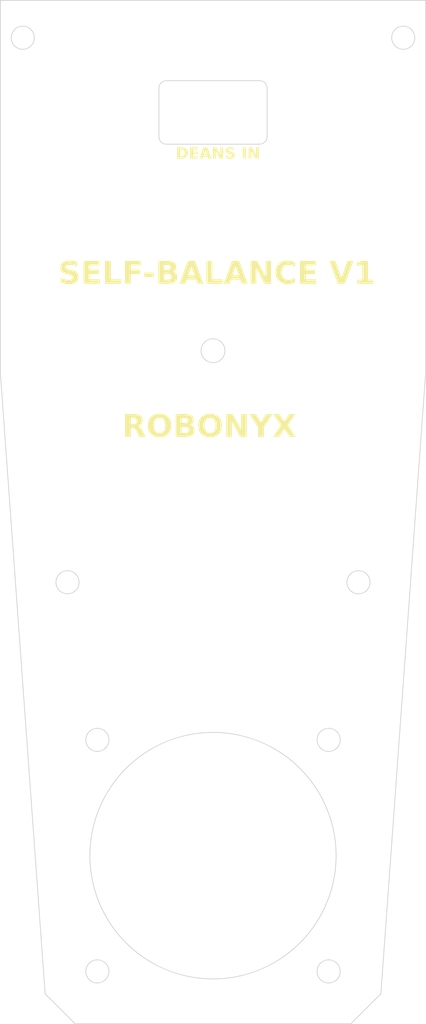
<source format=kicad_pcb>
(kicad_pcb
	(version 20240108)
	(generator "pcbnew")
	(generator_version "8.0")
	(general
		(thickness 1.6)
		(legacy_teardrops no)
	)
	(paper "A4")
	(layers
		(0 "F.Cu" signal)
		(31 "B.Cu" signal)
		(32 "B.Adhes" user "B.Adhesive")
		(33 "F.Adhes" user "F.Adhesive")
		(34 "B.Paste" user)
		(35 "F.Paste" user)
		(36 "B.SilkS" user "B.Silkscreen")
		(37 "F.SilkS" user "F.Silkscreen")
		(38 "B.Mask" user)
		(39 "F.Mask" user)
		(40 "Dwgs.User" user "User.Drawings")
		(41 "Cmts.User" user "User.Comments")
		(42 "Eco1.User" user "User.Eco1")
		(43 "Eco2.User" user "User.Eco2")
		(44 "Edge.Cuts" user)
		(45 "Margin" user)
		(46 "B.CrtYd" user "B.Courtyard")
		(47 "F.CrtYd" user "F.Courtyard")
		(48 "B.Fab" user)
		(49 "F.Fab" user)
		(50 "User.1" user)
		(51 "User.2" user)
		(52 "User.3" user)
		(53 "User.4" user)
		(54 "User.5" user)
		(55 "User.6" user)
		(56 "User.7" user)
		(57 "User.8" user)
		(58 "User.9" user)
	)
	(setup
		(pad_to_mask_clearance 0)
		(allow_soldermask_bridges_in_footprints no)
		(pcbplotparams
			(layerselection 0x00010fc_ffffffff)
			(plot_on_all_layers_selection 0x0000000_00000000)
			(disableapertmacros no)
			(usegerberextensions no)
			(usegerberattributes yes)
			(usegerberadvancedattributes yes)
			(creategerberjobfile yes)
			(dashed_line_dash_ratio 12.000000)
			(dashed_line_gap_ratio 3.000000)
			(svgprecision 4)
			(plotframeref no)
			(viasonmask no)
			(mode 1)
			(useauxorigin no)
			(hpglpennumber 1)
			(hpglpenspeed 20)
			(hpglpendiameter 15.000000)
			(pdf_front_fp_property_popups yes)
			(pdf_back_fp_property_popups yes)
			(dxfpolygonmode yes)
			(dxfimperialunits yes)
			(dxfusepcbnewfont yes)
			(psnegative no)
			(psa4output no)
			(plotreference yes)
			(plotvalue yes)
			(plotfptext yes)
			(plotinvisibletext no)
			(sketchpadsonfab no)
			(subtractmaskfromsilk no)
			(outputformat 1)
			(mirror no)
			(drillshape 0)
			(scaleselection 1)
			(outputdirectory "MFR/")
		)
	)
	(net 0 "")
	(gr_line
		(start 67.5 93.45)
		(end 73.5 176.55)
		(stroke
			(width 0.1)
			(type default)
		)
		(layer "Edge.Cuts")
		(uuid "03913bdb-0e94-49b4-88c7-7882b80162a5")
	)
	(gr_line
		(start 67.5 43.55)
		(end 67.5 93.45)
		(stroke
			(width 0.1)
			(type default)
		)
		(layer "Edge.Cuts")
		(uuid "0f5b2345-2c75-40e4-a017-eb4a927e02d2")
	)
	(gr_circle
		(center 80.5 173.55)
		(end 78.95 173.55)
		(stroke
			(width 0.1)
			(type default)
		)
		(fill none)
		(layer "Edge.Cuts")
		(uuid "11a92226-1342-4420-bbc6-ad16124f3bb5")
	)
	(gr_circle
		(center 96 158.05)
		(end 79.5 158.05)
		(stroke
			(width 0.1)
			(type default)
		)
		(fill none)
		(layer "Edge.Cuts")
		(uuid "170a002e-954e-4910-a05a-a53a21bfb96d")
	)
	(gr_line
		(start 89.75 54.3)
		(end 102.250001 54.3)
		(stroke
			(width 0.1)
			(type default)
		)
		(layer "Edge.Cuts")
		(uuid "2667e442-500a-48e5-a377-a28c5ea9fe71")
	)
	(gr_line
		(start 102.250001 62.8)
		(end 89.75 62.8)
		(stroke
			(width 0.1)
			(type default)
		)
		(layer "Edge.Cuts")
		(uuid "3974c1a6-95fd-4921-a5a5-c9af23e71c6d")
	)
	(gr_circle
		(center 115.5 121.45)
		(end 113.95 121.45)
		(stroke
			(width 0.1)
			(type default)
		)
		(fill none)
		(layer "Edge.Cuts")
		(uuid "3aec26af-8316-4312-a6d0-c52a7bf60d7a")
	)
	(gr_circle
		(center 76.5 121.45)
		(end 74.95 121.45)
		(stroke
			(width 0.1)
			(type default)
		)
		(fill none)
		(layer "Edge.Cuts")
		(uuid "3b6bd1d1-e148-4ecb-9da0-b37c2af1bcbf")
	)
	(gr_circle
		(center 111.5 142.55)
		(end 109.95 142.55)
		(stroke
			(width 0.1)
			(type default)
		)
		(fill none)
		(layer "Edge.Cuts")
		(uuid "50fcdd1e-24c8-4779-895e-9220f5bbf558")
	)
	(gr_line
		(start 103.25 55.299998)
		(end 103.25 61.800001)
		(stroke
			(width 0.1)
			(type default)
		)
		(layer "Edge.Cuts")
		(uuid "6270842d-f104-4607-a030-97e1174bfd81")
	)
	(gr_arc
		(start 103.25 61.800001)
		(mid 102.957107 62.507107)
		(end 102.250001 62.8)
		(stroke
			(width 0.1)
			(type default)
		)
		(layer "Edge.Cuts")
		(uuid "63176a7f-f248-48ce-b3a0-5d28b3a616d0")
	)
	(gr_line
		(start 77.5 180.55)
		(end 114.5 180.55)
		(stroke
			(width 0.1)
			(type default)
		)
		(layer "Edge.Cuts")
		(uuid "6685a796-5cb9-4c5f-82c4-2ef5bcec5722")
	)
	(gr_line
		(start 118.5 176.55)
		(end 124.5 93.45)
		(stroke
			(width 0.1)
			(type default)
		)
		(layer "Edge.Cuts")
		(uuid "67f0412b-6608-476b-a05d-ed92169600dd")
	)
	(gr_arc
		(start 89.75 62.8)
		(mid 89.042893 62.507107)
		(end 88.75 61.8)
		(stroke
			(width 0.1)
			(type default)
		)
		(layer "Edge.Cuts")
		(uuid "699a7d3b-3f92-44c9-9221-4f73811b305e")
	)
	(gr_line
		(start 88.75 61.8)
		(end 88.75 55.3)
		(stroke
			(width 0.1)
			(type default)
		)
		(layer "Edge.Cuts")
		(uuid "6f9531d8-7e20-45e5-a8b1-dc7bd1592400")
	)
	(gr_circle
		(center 80.5 142.55)
		(end 78.95 142.55)
		(stroke
			(width 0.1)
			(type default)
		)
		(fill none)
		(layer "Edge.Cuts")
		(uuid "71649f9e-82d2-4936-b163-3bc632d996c9")
	)
	(gr_line
		(start 114.5 180.55)
		(end 118.5 176.55)
		(stroke
			(width 0.1)
			(type default)
		)
		(layer "Edge.Cuts")
		(uuid "8452f475-30f8-45a7-86e2-568b4dbcc24a")
	)
	(gr_line
		(start 124.5 43.55)
		(end 67.5 43.55)
		(stroke
			(width 0.1)
			(type default)
		)
		(layer "Edge.Cuts")
		(uuid "8a2749d3-9ec2-471b-a35a-840e9b12a5f2")
	)
	(gr_circle
		(center 121.5 48.55)
		(end 119.95 48.55)
		(stroke
			(width 0.1)
			(type default)
		)
		(fill none)
		(layer "Edge.Cuts")
		(uuid "8cff51e4-f65b-4176-8eb8-cdca6c229bb1")
	)
	(gr_circle
		(center 111.5 173.55)
		(end 109.95 173.55)
		(stroke
			(width 0.1)
			(type default)
		)
		(fill none)
		(layer "Edge.Cuts")
		(uuid "8e733644-2e33-4a3e-a2db-7d73ee3c6834")
	)
	(gr_line
		(start 124.5 93.45)
		(end 124.5 43.55)
		(stroke
			(width 0.1)
			(type default)
		)
		(layer "Edge.Cuts")
		(uuid "98239d6e-cde6-4b16-b908-985add30c878")
	)
	(gr_circle
		(center 70.5 48.55)
		(end 68.95 48.55)
		(stroke
			(width 0.1)
			(type default)
		)
		(fill none)
		(layer "Edge.Cuts")
		(uuid "9ee08095-b58a-4bb6-8f44-25caa0bd4578")
	)
	(gr_circle
		(center 96 90.45)
		(end 94.4 90.45)
		(stroke
			(width 0.1)
			(type default)
		)
		(fill none)
		(layer "Edge.Cuts")
		(uuid "cabc7175-ef17-4421-892d-86c3fa607654")
	)
	(gr_arc
		(start 102.250001 54.3)
		(mid 102.957107 54.592893)
		(end 103.25 55.299998)
		(stroke
			(width 0.1)
			(type default)
		)
		(layer "Edge.Cuts")
		(uuid "cfe71677-df69-46c0-990a-328186c6dd7e")
	)
	(gr_line
		(start 73.5 176.55)
		(end 77.5 180.55)
		(stroke
			(width 0.1)
			(type default)
		)
		(layer "Edge.Cuts")
		(uuid "d5f54a65-088c-44fb-93e1-7c42392193bf")
	)
	(gr_arc
		(start 88.75 55.3)
		(mid 89.042893 54.592893)
		(end 89.75 54.3)
		(stroke
			(width 0.1)
			(type default)
		)
		(layer "Edge.Cuts")
		(uuid "e5e1b661-9f54-4f4e-b56d-c77a7483cece")
	)
	(gr_text "DEANS IN"
		(at 91 65 0)
		(layer "F.SilkS")
		(uuid "34efd8cc-c196-4c84-8c8c-bd28e0e8030c")
		(effects
			(font
				(face "Chakra Petch")
				(size 1.5 1.5)
				(thickness 0.3)
				(bold yes)
			)
			(justify left bottom)
		)
		(render_cache "DEANS IN" 0
			(polygon
				(pts
					(xy 92.332466 63.509619) (xy 92.332466 64.503199) (xy 92.087735 64.745) (xy 91.140683 64.745) (xy 91.140683 64.511992)
					(xy 91.418021 64.511992) (xy 91.945219 64.511992) (xy 92.055129 64.401716) (xy 92.055129 63.611102)
					(xy 91.945219 63.500826) (xy 91.418021 63.500826) (xy 91.418021 64.511992) (xy 91.140683 64.511992)
					(xy 91.140683 63.267819) (xy 92.087735 63.267819)
				)
			)
			(polygon
				(pts
					(xy 92.585624 63.267819) (xy 93.652477 63.267819) (xy 93.652477 63.500826) (xy 92.862962 63.500826)
					(xy 92.862962 63.878914) (xy 93.582135 63.878914) (xy 93.582135 64.111922) (xy 92.862962 64.111922)
					(xy 92.862962 64.511992) (xy 93.652477 64.511992) (xy 93.652477 64.745) (xy 92.585624 64.745)
				)
			)
			(polygon
				(pts
					(xy 95.062979 64.745) (xy 94.773185 64.745) (xy 94.653384 64.415272) (xy 94.13681 64.415272) (xy 94.017376 64.745)
					(xy 93.727581 64.745) (xy 93.932327 64.182264) (xy 94.202023 64.182264) (xy 94.590736 64.182264)
					(xy 94.395097 63.620628) (xy 94.391067 63.620628) (xy 94.202023 64.182264) (xy 93.932327 64.182264)
					(xy 94.265038 63.267819) (xy 94.525523 63.267819)
				)
			)
			(polygon
				(pts
					(xy 95.213189 63.267819) (xy 95.469644 63.267819) (xy 96.127634 64.270191) (xy 96.127634 63.267819)
					(xy 96.404972 63.267819) (xy 96.404972 64.745) (xy 96.148517 64.745) (xy 95.490526 63.744825) (xy 95.490526 64.745)
					(xy 95.213189 64.745)
				)
			)
			(polygon
				(pts
					(xy 96.62882 64.528112) (xy 96.62882 64.310858) (xy 96.906158 64.310858) (xy 96.906158 64.439818)
					(xy 96.9765 64.511992) (xy 97.417602 64.511992) (xy 97.496371 64.43762) (xy 97.496371 64.184096)
					(xy 97.419801 64.111922) (xy 96.856332 64.111922) (xy 96.62882 63.895034) (xy 96.62882 63.484706)
					(xy 96.856332 63.267819) (xy 97.532641 63.267819) (xy 97.750261 63.484706) (xy 97.750261 63.708921)
					(xy 97.472923 63.708921) (xy 97.472923 63.574832) (xy 97.402581 63.500826) (xy 96.980896 63.500826)
					(xy 96.906158 63.574832) (xy 96.906158 63.805275) (xy 96.980896 63.878914) (xy 97.548761 63.878914)
					(xy 97.773709 64.095802) (xy 97.773709 64.524082) (xy 97.544731 64.745) (xy 96.852302 64.745)
				)
			)
			(polygon
				(pts
					(xy 98.582274 63.267819) (xy 98.859612 63.267819) (xy 98.859612 64.745) (xy 98.582274 64.745)
				)
			)
			(polygon
				(pts
					(xy 99.16113 63.267819) (xy 99.417585 63.267819) (xy 100.075575 64.270191) (xy 100.075575 63.267819)
					(xy 100.352913 63.267819) (xy 100.352913 64.745) (xy 100.096458 64.745) (xy 99.438468 63.744825)
					(xy 99.438468 64.745) (xy 99.16113 64.745)
				)
			)
		)
	)
	(gr_text "SELF-BALANCE V1"
		(at 96.5 82 0)
		(layer "F.SilkS")
		(uuid "3e8441c4-ef60-4986-a2b6-bcdd585c694f")
		(effects
			(font
				(face "a Autobus Omnibus")
				(size 3 3)
				(thickness 0.3)
				(bold yes)
			)
			(justify bottom)
		)
		(render_cache "SELF-BALANCE V1" 0
			(polygon
				(pts
					(xy 75.812142 79.552665) (xy 75.970423 79.552665) (xy 76.122373 79.552665) (xy 76.217341 79.552665)
					(xy 76.397289 79.558908) (xy 76.562067 79.577638) (xy 76.711675 79.608854) (xy 76.871181 79.662796)
					(xy 77.008842 79.734718) (xy 77.106873 79.808387) (xy 77.219649 79.930329) (xy 77.304724 80.072396)
					(xy 77.3556 80.210186) (xy 77.386126 80.362762) (xy 77.396301 80.530125) (xy 77.385688 80.697179)
					(xy 77.353849 80.848828) (xy 77.289875 81.006282) (xy 77.197011 81.142769) (xy 77.094417 81.24307)
					(xy 76.971602 81.326987) (xy 76.82957 81.393543) (xy 76.668321 81.442736) (xy 76.519267 81.470467)
					(xy 76.356869 81.486141) (xy 76.217341 81.49) (xy 74.746022 81.49) (xy 74.630542 81.393714) (xy 74.629518 81.372763)
					(xy 74.629518 80.889895) (xy 74.722193 80.772962) (xy 74.742358 80.771926) (xy 76.213677 80.771926)
					(xy 76.362421 80.75695) (xy 76.497552 80.687456) (xy 76.553331 80.547064) (xy 76.553663 80.532323)
					(xy 76.513489 80.383394) (xy 76.392967 80.296285) (xy 76.234594 80.270995) (xy 76.213677 80.270739)
					(xy 75.808478 80.270739) (xy 75.628531 80.26455) (xy 75.463753 80.245981) (xy 75.314144 80.215033)
					(xy 75.154638 80.161555) (xy 75.016977 80.090252) (xy 74.918946 80.017215) (xy 74.806171 79.896306)
					(xy 74.721095 79.755411) (xy 74.663718 79.59453) (xy 74.636584 79.440726) (xy 74.629518 79.301339)
					(xy 74.640131 79.135359) (xy 74.671971 78.984732) (xy 74.735944 78.828405) (xy 74.828809 78.692974)
					(xy 74.931402 78.593524) (xy 75.054492 78.510104) (xy 75.196799 78.443944) (xy 75.358323 78.395043)
					(xy 75.507605 78.367476) (xy 75.670233 78.351895) (xy 75.809944 78.34806) (xy 77.196266 78.34806)
					(xy 77.312392 78.437819) (xy 77.314236 78.465296) (xy 77.314236 78.94963) (xy 77.217951 79.06511)
					(xy 77.196999 79.066133) (xy 75.812142 79.066133) (xy 75.663398 79.080971) (xy 75.528267 79.149828)
					(xy 75.472488 79.288932) (xy 75.472156 79.303538) (xy 75.51233 79.445375) (xy 75.647793 79.532959)
				)
			)
			(polygon
				(pts
					(xy 78.697627 80.270739) (xy 78.697627 80.771926) (xy 80.478157 80.771926) (xy 80.595005 80.862246)
					(xy 80.59686 80.889895) (xy 80.59686 81.372763) (xy 80.506539 81.488168) (xy 80.47889 81.49) (xy 78.018388 81.49)
					(xy 77.902262 81.40024) (xy 77.900418 81.372763) (xy 77.900418 78.466029) (xy 77.993695 78.349096)
					(xy 78.013991 78.34806) (xy 80.431996 78.34806) (xy 80.548122 78.437819) (xy 80.549965 78.465296)
					(xy 80.549965 78.94963) (xy 80.452476 79.06511) (xy 80.431263 79.066133) (xy 78.697627 79.066133)
					(xy 78.697627 79.552665) (xy 80.313294 79.552665) (xy 80.430862 79.642424) (xy 80.432728 79.669902)
					(xy 80.432728 80.153503) (xy 80.341286 80.268907) (xy 80.313294 80.270739)
				)
			)
			(polygon
				(pts
					(xy 81.240928 78.34806) (xy 81.805862 78.34806) (xy 81.920615 78.445548) (xy 81.921633 78.466762)
					(xy 81.921633 80.771926) (xy 83.609107 80.771926) (xy 83.725233 80.862246) (xy 83.727076 80.889895)
					(xy 83.727076 81.372763) (xy 83.633198 81.488969) (xy 83.61277 81.49) (xy 81.242393 81.49) (xy 81.126267 81.40024)
					(xy 81.124424 81.372763) (xy 81.124424 78.466029) (xy 81.220107 78.349096)
				)
			)
			(polygon
				(pts
					(xy 84.972714 80.270739) (xy 84.972714 81.36397) (xy 84.88004 81.480176) (xy 84.859874 81.481207)
					(xy 84.292742 81.481207) (xy 84.176536 81.384922) (xy 84.175506 81.36397) (xy 84.175506 78.466029)
					(xy 84.268782 78.349096) (xy 84.289079 78.34806) (xy 86.660188 78.34806) (xy 86.776314 78.437819)
					(xy 86.778157 78.465296) (xy 86.778157 78.94963) (xy 86.683678 79.06511) (xy 86.663119 79.066133)
					(xy 84.972714 79.066133) (xy 84.972714 79.552665) (xy 86.542219 79.552665) (xy 86.659066 79.642424)
					(xy 86.660921 79.669902) (xy 86.660921 80.153503) (xy 86.57004 80.268907) (xy 86.542219 80.270739)
				)
			)
			(polygon
				(pts
					(xy 87.270551 80.529392) (xy 87.270551 80.293454) (xy 87.364429 80.177974) (xy 87.384857 80.17695)
					(xy 89.169051 80.17695) (xy 89.285983 80.270226) (xy 89.28702 80.290523) (xy 89.28702 80.52866)
					(xy 89.193334 80.644064) (xy 89.164654 80.645896) (xy 87.384857 80.645896) (xy 87.271556 80.550213)
				)
			)
			(polygon
				(pts
					(xy 91.557253 78.35339) (xy 91.728712 78.373861) (xy 91.884508 78.409685) (xy 92.024643 78.460861)
					(xy 92.168338 78.539971) (xy 92.205478 78.566413) (xy 92.318824 78.673407) (xy 92.404331 78.803333)
					(xy 92.461998 78.956189) (xy 92.489269 79.10546) (xy 92.496371 79.242721) (xy 92.485706 79.404417)
					(xy 92.446306 79.568382) (xy 92.377875 79.705771) (xy 92.280412 79.816583) (xy 92.193021 79.879462)
					(xy 92.343923 79.961336) (xy 92.463604 80.07067) (xy 92.552064 80.207464) (xy 92.609303 80.371718)
					(xy 92.633152 80.529573) (xy 92.637055 80.63344) (xy 92.626725 80.783801) (xy 92.588562 80.941315)
					(xy 92.52228 81.079546) (xy 92.427877 81.198492) (xy 92.343231 81.271646) (xy 92.204094 81.356727)
					(xy 92.067978 81.413022) (xy 91.916303 81.453963) (xy 91.749069 81.479551) (xy 91.597823 81.489147)
					(xy 91.534298 81.49) (xy 89.941347 81.49) (xy 89.825221 81.40024) (xy 89.823377 81.372763) (xy 89.823377 80.771926)
					(xy 90.620586 80.771926) (xy 91.537229 80.771926) (xy 91.683514 80.752973) (xy 91.804088 80.668737)
					(xy 91.839846 80.532323) (xy 91.804088 80.383394) (xy 91.683514 80.291431) (xy 91.537229 80.270739)
					(xy 90.620586 80.270739) (xy 90.620586 80.771926) (xy 89.823377 80.771926) (xy 89.823377 79.552665)
					(xy 90.620586 79.552665) (xy 91.401675 79.552665) (xy 91.558553 79.529911) (xy 91.675631 79.432293)
					(xy 91.699162 79.319658) (xy 91.66401 79.175317) (xy 91.54548 79.086188) (xy 91.401675 79.066133)
					(xy 90.620586 79.066133) (xy 90.620586 79.552665) (xy 89.823377 79.552665) (xy 89.823377 78.466029)
					(xy 89.916052 78.349096) (xy 89.936217 78.34806) (xy 91.402407 78.34806)
				)
			)
			(polygon
				(pts
					(xy 95.871786 78.444946) (xy 95.872784 78.466029) (xy 95.872784 81.368367) (xy 95.776499 81.480215)
					(xy 95.755548 81.481207) (xy 95.188416 81.481207) (xy 95.076567 81.386125) (xy 95.075575 81.365436)
					(xy 95.075575 80.927264) (xy 93.950104 80.927264) (xy 93.950104 81.369099) (xy 93.853819 81.480221)
					(xy 93.832868 81.481207) (xy 93.265736 81.481207) (xy 93.153888 81.384922) (xy 93.152896 81.36397)
					(xy 93.152896 80.22531) (xy 93.153202 80.20919) (xy 93.950104 80.20919) (xy 95.075575 80.20919)
					(xy 95.075575 79.066133) (xy 94.69822 79.066133) (xy 94.548996 79.07851) (xy 94.397687 79.122966)
					(xy 94.266895 79.199754) (xy 94.156619 79.308873) (xy 94.144278 79.324787) (xy 94.068618 79.455514)
					(xy 94.018558 79.595528) (xy 93.982151 79.761353) (xy 93.96224 79.919258) (xy 93.951811 80.095088)
					(xy 93.950104 80.20919) (xy 93.153202 80.20919) (xy 93.156399 80.040929) (xy 93.166909 79.866697)
					(xy 93.184426 79.702614) (xy 93.20895 79.548681) (xy 93.24048 79.404897) (xy 93.293419 79.228974)
					(xy 93.358815 79.071094) (xy 93.436668 78.931257) (xy 93.526977 78.809464) (xy 93.5515 78.781835)
					(xy 93.684862 78.65687) (xy 93.835361 78.553086) (xy 93.968099 78.485309) (xy 94.111806 78.431087)
					(xy 94.26648 78.39042) (xy 94.432122 78.363309) (xy 94.608733 78.349754) (xy 94.701151 78.34806)
					(xy 95.759211 78.34806)
				)
			)
			(polygon
				(pts
					(xy 96.549093 78.34806) (xy 97.114026 78.34806) (xy 97.22878 78.445548) (xy 97.229797 78.466762)
					(xy 97.229797 80.771926) (xy 98.917271 80.771926) (xy 99.033397 80.862246) (xy 99.035241 80.889895)
					(xy 99.035241 81.372763) (xy 98.941363 81.488969) (xy 98.920935 81.49) (xy 96.550558 81.49) (xy 96.434432 81.40024)
					(xy 96.432589 81.372763) (xy 96.432589 78.466029) (xy 96.528272 78.349096)
				)
			)
			(polygon
				(pts
					(xy 102.202561 78.444946) (xy 102.203559 78.466029) (xy 102.203559 81.368367) (xy 102.107274 81.480215)
					(xy 102.086322 81.481207) (xy 101.51919 81.481207) (xy 101.407342 81.386125) (xy 101.40635 81.365436)
					(xy 101.40635 80.927264) (xy 100.280879 80.927264) (xy 100.280879 81.369099) (xy 100.184594 81.480221)
					(xy 100.163642 81.481207) (xy 99.596511 81.481207) (xy 99.484662 81.384922) (xy 99.48367 81.36397)
					(xy 99.48367 80.22531) (xy 99.483976 80.20919) (xy 100.280879 80.20919) (xy 101.40635 80.20919)
					(xy 101.40635 79.066133) (xy 101.028995 79.066133) (xy 100.87977 79.07851) (xy 100.728462 79.122966)
					(xy 100.59767 79.199754) (xy 100.487394 79.308873) (xy 100.475052 79.324787) (xy 100.399393 79.455514)
					(xy 100.349333 79.595528) (xy 100.312925 79.761353) (xy 100.293015 79.919258) (xy 100.282586 80.095088)
					(xy 100.280879 80.20919) (xy 99.483976 80.20919) (xy 99.487174 80.040929) (xy 99.497684 79.866697)
					(xy 99.515201 79.702614) (xy 99.539724 79.548681) (xy 99.571254 79.404897) (xy 99.624194 79.228974)
					(xy 99.68959 79.071094) (xy 99.767442 78.931257) (xy 99.857751 78.809464) (xy 99.882275 78.781835)
					(xy 100.015636 78.65687) (xy 100.166135 78.553086) (xy 100.298874 78.485309) (xy 100.44258 78.431087)
					(xy 100.597255 78.39042) (xy 100.762897 78.363309) (xy 100.939508 78.349754) (xy 101.031926 78.34806)
					(xy 102.089986 78.34806)
				)
			)
			(polygon
				(pts
					(xy 105.417306 81.481207) (xy 105.25704 81.481207) (xy 105.097882 81.481207) (xy 104.950925 81.481207)
					(xy 104.849441 81.481207) (xy 104.733962 81.388532) (xy 104.732938 81.368367) (xy 104.732938 79.932219)
					(xy 104.727399 79.771536) (xy 104.706938 79.605757) (xy 104.6714 79.46333) (xy 104.612324 79.329149)
					(xy 104.575401 79.273496) (xy 104.466236 79.164145) (xy 104.334745 79.095294) (xy 104.18093 79.066943)
					(xy 104.147488 79.066133) (xy 103.607467 79.066133) (xy 103.607467 81.36397) (xy 103.512155 81.480749)
					(xy 103.499023 81.481207) (xy 102.927495 81.481207) (xy 102.811288 81.388532) (xy 102.810258 81.368367)
					(xy 102.810258 78.466029) (xy 102.900525 78.349096) (xy 102.920167 78.34806) (xy 104.146022 78.34806)
					(xy 104.313874 78.354448) (xy 104.47085 78.373613) (xy 104.616949 78.405556) (xy 104.784278 78.463451)
					(xy 104.934613 78.541311) (xy 105.067953 78.639134) (xy 105.184298 78.756922) (xy 105.283932 78.893386)
					(xy 105.366679 79.047237) (xy 105.432539 79.218477) (xy 105.473068 79.367988) (xy 105.502789 79.528627)
					(xy 105.521703 79.700394) (xy 105.529809 79.88329) (xy 105.530146 79.930753) (xy 105.530146 81.36397)
					(xy 105.437472 81.480176)
				)
			)
			(polygon
				(pts
					(xy 108.798116 80.889895) (xy 108.798116 81.042677) (xy 108.798116 81.208663) (xy 108.798116 81.372763)
					(xy 108.707795 81.488168) (xy 108.680146 81.49) (xy 107.452093 81.49) (xy 107.278952 81.483691)
					(xy 107.116733 81.464766) (xy 106.965436 81.433224) (xy 106.825061 81.389066) (xy 106.664952 81.316126)
					(xy 106.521909 81.223472) (xy 106.395932 81.111105) (xy 106.372784 81.086266) (xy 106.267662 80.951477)
					(xy 106.180357 80.799443) (xy 106.110869 80.630164) (xy 106.068108 80.482325) (xy 106.036749 80.323448)
					(xy 106.016794 80.153536) (xy 106.008242 79.972586) (xy 106.007885 79.925624) (xy 106.013518 79.741652)
					(xy 106.030417 79.568556) (xy 106.058581 79.406337) (xy 106.098011 79.254994) (xy 106.148707 79.114528)
					(xy 106.227919 78.95424) (xy 106.324733 78.810946) (xy 106.368388 78.758387) (xy 106.490093 78.640178)
					(xy 106.629437 78.542004) (xy 106.786419 78.463865) (xy 106.961039 78.405762) (xy 107.113435 78.373705)
					(xy 107.27712 78.354471) (xy 107.452093 78.34806) (xy 108.680146 78.34806) (xy 108.796272 78.437819)
					(xy 108.798116 78.465296) (xy 108.798116 78.94963) (xy 108.701229 79.06511) (xy 108.680146 79.066133)
					(xy 107.446964 79.066133) (xy 107.286708 79.085453) (xy 107.148492 79.143413) (xy 107.032314 79.240013)
					(xy 107.011723 79.26397) (xy 106.933799 79.393221) (xy 106.885943 79.538278) (xy 106.860598 79.688495)
					(xy 106.850681 79.86045) (xy 106.850523 79.886789) (xy 106.855778 80.039082) (xy 106.875193 80.199567)
					(xy 106.914897 80.36031) (xy 106.973287 80.496872) (xy 107 80.541849) (xy 107.096085 80.653068)
					(xy 107.230036 80.733954) (xy 107.375065 80.768331) (xy 107.446964 80.771926) (xy 108.680146 80.771926)
					(xy 108.796272 80.862246)
				)
			)
			(polygon
				(pts
					(xy 110.087718 80.270739) (xy 110.087718 80.771926) (xy 111.868248 80.771926) (xy 111.985096 80.862246)
					(xy 111.98695 80.889895) (xy 111.98695 81.372763) (xy 111.89663 81.488168) (xy 111.868981 81.49)
					(xy 109.408478 81.49) (xy 109.292352 81.40024) (xy 109.290509 81.372763) (xy 109.290509 78.466029)
					(xy 109.383785 78.349096) (xy 109.404082 78.34806) (xy 111.822086 78.34806) (xy 111.938212 78.437819)
					(xy 111.940056 78.465296) (xy 111.940056 78.94963) (xy 111.842567 79.06511) (xy 111.821354 79.066133)
					(xy 110.087718 79.066133) (xy 110.087718 79.552665) (xy 111.703384 79.552665) (xy 111.820953 79.642424)
					(xy 111.822819 79.669902) (xy 111.822819 80.153503) (xy 111.731377 80.268907) (xy 111.703384 80.270739)
				)
			)
			(polygon
				(pts
					(xy 116.548918 78.34806) (xy 116.660767 78.444946) (xy 116.661758 78.466029) (xy 116.661758 79.60762)
					(xy 116.658255 79.792669) (xy 116.647745 79.96753) (xy 116.630228 80.132203) (xy 116.605705 80.286688)
					(xy 116.574174 80.430984) (xy 116.521235 80.607532) (xy 116.455839 80.765967) (xy 116.377986 80.90629)
					(xy 116.287677 81.028501) (xy 116.263154 81.056224) (xy 116.130143 81.181189) (xy 115.97978 81.284973)
					(xy 115.846996 81.35275) (xy 115.703106 81.406972) (xy 115.548111 81.447639) (xy 115.382011 81.47475)
					(xy 115.204805 81.488305) (xy 115.112037 81.49) (xy 114.05471 81.49) (xy 113.942862 81.393113)
					(xy 113.94187 81.37203) (xy 113.94187 78.462365) (xy 114.041046 78.348506) (xy 114.05471 78.34806)
					(xy 114.626238 78.34806) (xy 114.738087 78.445548) (xy 114.739079 78.466762) (xy 114.739079 80.771926)
					(xy 115.112037 80.771926) (xy 115.261618 80.759619) (xy 115.413419 80.715415) (xy 115.544795 80.639062)
					(xy 115.655746 80.530561) (xy 115.668178 80.514738) (xy 115.744694 80.383104) (xy 115.795321 80.24036)
					(xy 115.832141 80.07) (xy 115.852276 79.906939) (xy 115.862824 79.724702) (xy 115.86455 79.606154)
					(xy 115.86455 78.462365) (xy 115.963726 78.348506) (xy 115.97739 78.34806)
				)
			)
			(polygon
				(pts
					(xy 117.710293 78.34806) (xy 118.275227 78.34806) (xy 118.38998 78.444946) (xy 118.390998 78.466029)
					(xy 118.390998 81.372763) (xy 118.298323 81.488969) (xy 118.278157 81.49) (xy 117.711026 81.49)
					(xy 117.594819 81.393714) (xy 117.593789 81.372763) (xy 117.593789 79.396594) (xy 117.454609 79.4601)
					(xy 117.301402 79.498211) (xy 117.225959 79.507236) (xy 117.212037 79.507236) (xy 117.102368 79.40734)
					(xy 117.101395 79.385603) (xy 117.101395 78.814808) (xy 117.197681 78.699224) (xy 117.218632 78.693175)
					(xy 117.358832 78.647444) (xy 117.487257 78.564655) (xy 117.593789 78.457236) (xy 117.696185 78.348486)
				)
			)
		)
	)
	(gr_text "ROBONYX"
		(at 95.5 102.5 0)
		(layer "F.SilkS")
		(uuid "b7cb7e6f-1b6b-437c-a739-57a3c36e97f2")
		(effects
			(font
				(face "a Autobus Omnibus")
				(size 3 3)
				(thickness 0.3)
				(bold yes)
			)
			(justify bottom)
		)
		(render_cache "ROBONYX" 0
			(polygon
				(pts
					(xy 85.849885 98.854267) (xy 86.022717 98.878104) (xy 86.179888 98.919818) (xy 86.321396 98.979409)
					(xy 86.447242 99.056878) (xy 86.504292 99.102316) (xy 86.61878 99.222209) (xy 86.705148 99.360054)
					(xy 86.763396 99.51585) (xy 86.790942 99.663678) (xy 86.798116 99.796943) (xy 86.787204 99.965828)
					(xy 86.754467 100.114821) (xy 86.686375 100.267355) (xy 86.586855 100.391243) (xy 86.455909 100.486486)
					(xy 86.351151 100.534068) (xy 86.391452 100.545059) (xy 86.529654 100.648477) (xy 86.62298 100.778894)
					(xy 86.69645 100.949525) (xy 86.740929 101.114984) (xy 86.772699 101.306181) (xy 86.788188 101.466468)
					(xy 86.796527 101.641232) (xy 86.798116 101.765785) (xy 86.798116 101.86397) (xy 86.705441 101.980176)
					(xy 86.685276 101.981207) (xy 86.118144 101.981207) (xy 86.001938 101.888532) (xy 86.000907 101.868367)
					(xy 86.000907 101.770181) (xy 85.997839 101.617522) (xy 85.985374 101.449173) (xy 85.957759 101.280119)
					(xy 85.908091 101.128339) (xy 85.816617 101.005116) (xy 85.804536 100.99642) (xy 85.665089 100.926868)
					(xy 85.51022 100.886296) (xy 85.349202 100.867748) (xy 85.237404 100.864528) (xy 84.781647 100.864528)
					(xy 84.781647 101.864703) (xy 84.688972 101.980183) (xy 84.668807 101.981207) (xy 84.101675 101.981207)
					(xy 83.985469 101.884922) (xy 83.984438 101.86397) (xy 83.984438 100.146454) (xy 84.781647 100.146454)
					(xy 85.69829 100.146454) (xy 85.844575 100.122807) (xy 85.958352 100.029676) (xy 85.999725 99.883703)
					(xy 86.000907 99.847501) (xy 85.971355 99.699124) (xy 85.857873 99.593611) (xy 85.69829 99.566133)
					(xy 84.781647 99.566133) (xy 84.781647 100.146454) (xy 83.984438 100.146454) (xy 83.984438 98.966029)
					(xy 84.077714 98.849096) (xy 84.098011 98.84806) (xy 85.693894 98.84806)
				)
			)
			(polygon
				(pts
					(xy 89.03272 98.792967) (xy 89.206824 98.812339) (xy 89.369134 98.844625) (xy 89.519653 98.889825)
					(xy 89.658379 98.94794) (xy 89.815204 99.038744) (xy 89.953603 99.149726) (xy 90.003803 99.199769)
					(xy 90.116314 99.33804) (xy 90.209754 99.495022) (xy 90.270777 99.63408) (xy 90.319595 99.785113)
					(xy 90.356208 99.948123) (xy 90.380617 100.123107) (xy 90.392822 100.310068) (xy 90.394348 100.408039)
					(xy 90.388222 100.601055) (xy 90.369847 100.782234) (xy 90.339221 100.951574) (xy 90.296345 101.109077)
					(xy 90.241219 101.254741) (xy 90.173842 101.388567) (xy 90.072394 101.539202) (xy 90.002338 101.620704)
					(xy 89.870765 101.740603) (xy 89.721053 101.840179) (xy 89.588223 101.905209) (xy 89.443784 101.957233)
					(xy 89.287736 101.996251) (xy 89.120078 102.022262) (xy 88.940812 102.035268) (xy 88.846825 102.036894)
					(xy 88.661754 102.030391) (xy 88.488292 102.010882) (xy 88.326439 101.978367) (xy 88.176195 101.932847)
					(xy 88.037561 101.87432) (xy 87.880593 101.782872) (xy 87.741764 101.671102) (xy 87.691312 101.620704)
					(xy 87.578379 101.481167) (xy 87.484588 101.323134) (xy 87.423337 101.183388) (xy 87.374335 101.031805)
					(xy 87.337584 100.868384) (xy 87.313084 100.693124) (xy 87.300833 100.506027) (xy 87.299302 100.408039)
					(xy 87.299371 100.40584) (xy 88.14194 100.40584) (xy 88.148354 100.565235) (xy 88.172051 100.732506)
					(xy 88.213209 100.879652) (xy 88.281628 101.023176) (xy 88.324389 101.08508) (xy 88.439775 101.198069)
					(xy 88.579851 101.274081) (xy 88.725092 101.310603) (xy 88.846825 101.31882) (xy 89.006651 101.304211)
					(xy 89.146877 101.260385) (xy 89.281203 101.176156) (xy 89.368528 101.08508) (xy 89.44867 100.9547)
					(xy 89.505914 100.798033) (xy 89.53722 100.639387) (xy 89.5501 100.487386) (xy 89.55171 100.40584)
					(xy 89.545373 100.246429) (xy 89.521961 100.079788) (xy 89.481299 99.933975) (xy 89.413705 99.792833)
					(xy 89.371458 99.732463) (xy 89.257084 99.622307) (xy 89.116744 99.548202) (xy 88.970198 99.512596)
					(xy 88.846825 99.504584) (xy 88.684892 99.518827) (xy 88.543475 99.561554) (xy 88.408905 99.64367)
					(xy 88.322191 99.732463) (xy 88.243331 99.860003) (xy 88.187003 100.014747) (xy 88.156198 100.172461)
					(xy 88.143524 100.324222) (xy 88.14194 100.40584) (xy 87.299371 100.40584) (xy 87.305393 100.215091)
					(xy 87.323665 100.034118) (xy 87.354119 99.865121) (xy 87.396755 99.7081) (xy 87.451572 99.563054)
					(xy 87.518571 99.429983) (xy 87.61945 99.280486) (xy 87.689114 99.199769) (xy 87.820354 99.080715)
					(xy 87.969983 98.98184) (xy 88.102928 98.917268) (xy 88.247642 98.865611) (xy 88.404125 98.826868)
					(xy 88.572378 98.801039) (xy 88.7524 98.788125) (xy 88.846825 98.78651)
				)
			)
			(polygon
				(pts
					(xy 92.605963 98.85339) (xy 92.777421 98.873861) (xy 92.933218 98.909685) (xy 93.073352 98.960861)
					(xy 93.217047 99.039971) (xy 93.254187 99.066413) (xy 93.367533 99.173407) (xy 93.45304 99.303333)
					(xy 93.510707 99.456189) (xy 93.537978 99.60546) (xy 93.54508 99.742721) (xy 93.534416 99.904417)
					(xy 93.495016 100.068382) (xy 93.426584 100.205771) (xy 93.329121 100.316583) (xy 93.241731 100.379462)
					(xy 93.392633 100.461336) (xy 93.512314 100.57067) (xy 93.600773 100.707464) (xy 93.658012 100.871718)
					(xy 93.681862 101.029573) (xy 93.685764 101.13344) (xy 93.675434 101.283801) (xy 93.637272 101.441315)
					(xy 93.570989 101.579546) (xy 93.476587 101.698492) (xy 93.39194 101.771646) (xy 93.252803 101.856727)
					(xy 93.116687 101.913022) (xy 92.965013 101.953963) (xy 92.797779 101.979551) (xy 92.646532 101.989147)
					(xy 92.583008 101.99) (xy 90.990056 101.99) (xy 90.87393 101.90024) (xy 90.872087 101.872763) (xy 90.872087 101.271926)
					(xy 91.669295 101.271926) (xy 92.585939 101.271926) (xy 92.732223 101.252973) (xy 92.852797 101.168737)
					(xy 92.888555 101.032323) (xy 92.852797 100.883394) (xy 92.732223 100.791431) (xy 92.585939 100.770739)
					(xy 91.669295 100.770739) (xy 91.669295 101.271926) (xy 90.872087 101.271926) (xy 90.872087 100.052665)
					(xy 91.669295 100.052665) (xy 92.450384 100.052665) (xy 92.607262 100.029911) (xy 92.72434 99.932293)
					(xy 92.747872 99.819658) (xy 92.712719 99.675317) (xy 92.594189 99.586188) (xy 92.450384 99.566133)
					(xy 91.669295 99.566133) (xy 91.669295 100.052665) (xy 90.872087 100.052665) (xy 90.872087 98.966029)
					(xy 90.964761 98.849096) (xy 90.984927 98.84806) (xy 92.451117 98.84806)
				)
			)
			(polygon
				(pts
					(xy 95.888129 98.792967) (xy 96.062232 98.812339) (xy 96.224543 98.844625) (xy 96.375061 98.889825)
					(xy 96.513787 98.94794) (xy 96.670612 99.038744) (xy 96.809011 99.149726) (xy 96.859211 99.199769)
					(xy 96.971722 99.33804) (xy 97.065163 99.495022) (xy 97.126185 99.63408) (xy 97.175003 99.785113)
					(xy 97.211617 99.948123) (xy 97.236026 100.123107) (xy 97.24823 100.310068) (xy 97.249756 100.408039)
					(xy 97.243631 100.601055) (xy 97.225255 100.782234) (xy 97.194629 100.951574) (xy 97.151753 101.109077)
					(xy 97.096627 101.254741) (xy 97.02925 101.388567) (xy 96.927802 101.539202) (xy 96.857746 101.620704)
					(xy 96.726173 101.740603) (xy 96.576461 101.840179) (xy 96.443631 101.905209) (xy 96.299192 101.957233)
					(xy 96.143144 101.996251) (xy 95.975486 102.022262) (xy 95.79622 102.035268) (xy 95.702233 102.036894)
					(xy 95.517162 102.030391) (xy 95.3437 102.010882) (xy 95.181847 101.978367) (xy 95.031603 101.932847)
					(xy 94.892969 101.87432) (xy 94.736001 101.782872) (xy 94.597173 101.671102) (xy 94.54672 101.620704)
					(xy 94.433788 101.481167) (xy 94.339996 101.323134) (xy 94.278745 101.183388) (xy 94.229744 101.031805)
					(xy 94.192993 100.868384) (xy 94.168492 100.693124) (xy 94.156242 100.506027) (xy 94.15471 100.408039)
					(xy 94.154779 100.40584) (xy 94.997348 100.40584) (xy 95.003762 100.565235) (xy 95.02746 100.732506)
					(xy 95.068618 100.879652) (xy 95.137036 101.023176) (xy 95.179798 101.08508) (xy 95.295183 101.198069)
					(xy 95.435259 101.274081) (xy 95.5805 101.310603) (xy 95.702233 101.31882) (xy 95.86206 101.304211)
					(xy 96.002285 101.260385) (xy 96.136611 101.176156) (xy 96.223936 101.08508) (xy 96.304078 100.9547)
					(xy 96.361322 100.798033) (xy 96.392628 100.639387) (xy 96.405508 100.487386) (xy 96.407118 100.40584)
					(xy 96.400781 100.246429) (xy 96.377369 100.079788) (xy 96.336707 99.933975) (xy 96.269113 99.792833)
					(xy 96.226867 99.732463) (xy 96.112492 99.622307) (xy 95.972152 99.548202) (xy 95.825606 99.512596)
					(xy 95.702233 99.504584) (xy 95.5403 99.518827) (xy 95.398883 99.561554) (xy 95.264313 99.64367)
					(xy 95.177599 99.732463) (xy 95.09874 99.860003) (xy 95.042411 100.014747) (xy 95.011606 100.172461)
					(xy 94.998932 100.324222) (xy 94.997348 100.40584) (xy 94.154779 100.40584) (xy 94.160801 100.215091)
					(xy 94.179074 100.034118) (xy 94.209528 99.865121) (xy 94.252163 99.7081) (xy 94.306981 99.563054)
					(xy 94.373979 99.429983) (xy 94.474858 99.280486) (xy 94.544522 99.199769) (xy 94.675762 99.080715)
					(xy 94.825392 98.98184) (xy 94.958336 98.917268) (xy 95.10305 98.865611) (xy 95.259533 98.826868)
					(xy 95.427786 98.801039) (xy 95.607808 98.788125) (xy 95.702233 98.78651)
				)
			)
			(polygon
				(pts
					(xy 100.381438 101.981207) (xy 100.221171 101.981207) (xy 100.062014 101.981207) (xy 99.915057 101.981207)
					(xy 99.813573 101.981207) (xy 99.698093 101.888532) (xy 99.697069 101.868367) (xy 99.697069 100.432219)
					(xy 99.691531 100.271536) (xy 99.671069 100.105757) (xy 99.635531 99.96333) (xy 99.576455 99.829149)
					(xy 99.539532 99.773496) (xy 99.430367 99.664145) (xy 99.298877 99.595294) (xy 99.145061 99.566943)
					(xy 99.111619 99.566133) (xy 98.571598 99.566133) (xy 98.571598 101.86397) (xy 98.476286 101.980749)
					(xy 98.463154 101.981207) (xy 97.891626 101.981207) (xy 97.77542 101.888532) (xy 97.774389 101.868367)
					(xy 97.774389 98.966029) (xy 97.864657 98.849096) (xy 97.884299 98.84806) (xy 99.110154 98.84806)
					(xy 99.278006 98.854448) (xy 99.434981 98.873613) (xy 99.58108 98.905556) (xy 99.748409 98.963451)
					(xy 99.898744 99.041311) (xy 100.032084 99.139134) (xy 100.14843 99.256922) (xy 100.248064 99.393386)
					(xy 100.330811 99.547237) (xy 100.39667 99.718477) (xy 100.437199 99.867988) (xy 100.466921 100.028627)
					(xy 100.485834 100.200394) (xy 100.49394 100.38329) (xy 100.494278 100.430753) (xy 100.494278 101.86397)
					(xy 100.401603 101.980176)
				)
			)
			(polygon
				(pts
					(xy 102.754013 101.052107) (xy 102.754013 101.209045) (xy 102.754013 101.372389) (xy 102.754013 101.552548)
					(xy 102.754013 101.725501) (xy 102.754013 101.87203) (xy 102.661338 101.988963) (xy 102.641172 101.99)
					(xy 102.073308 101.99) (xy 101.957828 101.893113) (xy 101.956804 101.87203) (xy 101.956804 101.042581)
					(xy 101.796379 101.005766) (xy 101.649138 100.953664) (xy 101.51508 100.886274) (xy 101.378014 100.790539)
					(xy 101.331054 100.74949) (xy 101.22762 100.64021) (xy 101.141718 100.51891) (xy 101.073347 100.385587)
					(xy 101.022506 100.240244) (xy 100.989197 100.082879) (xy 100.973419 99.913493) (xy 100.972017 99.842372)
					(xy 100.972017 98.966029) (xy 101.061776 98.849903) (xy 101.089253 98.84806) (xy 101.652722 98.84806)
					(xy 101.768201 98.944946) (xy 101.769225 98.966029) (xy 101.769225 99.83651) (xy 101.788706 99.992768)
					(xy 101.854394 100.132421) (xy 101.934089 100.216064) (xy 102.071545 100.296881) (xy 102.221804 100.338197)
					(xy 102.362003 100.348688) (xy 102.514201 100.335808) (xy 102.663403 100.286348) (xy 102.759874 100.216796)
					(xy 102.847166 100.090407) (xy 102.888245 99.939608) (xy 102.894696 99.83651) (xy 102.894696 98.966029)
					(xy 102.984456 98.849903) (xy 103.011933 98.84806) (xy 103.574669 98.84806) (xy 103.690073 98.93838)
					(xy 103.691905 98.966029) (xy 103.691905 99.842372) (xy 103.684302 100.015071) (xy 103.661494 100.175964)
					(xy 103.62348 100.32505) (xy 103.570261 100.462329) (xy 103.486326 100.61148) (xy 103.380495 100.743628)
					(xy 103.271878 100.84329) (xy 103.147342 100.92493) (xy 103.006888 100.988548) (xy 102.850515 101.034144)
				)
			)
			(polygon
				(pts
					(xy 106.434508 100.399979) (xy 106.57241 100.457624) (xy 106.660921 100.510621) (xy 106.78082 100.604831)
					(xy 106.880396 100.737251) (xy 106.945426 100.870699) (xy 106.99745 101.028602) (xy 107.036467 101.21096)
					(xy 107.057196 101.363777) (xy 107.070608 101.53035) (xy 107.076705 101.710678) (xy 107.077111 101.773845)
					(xy 107.077111 101.872763) (xy 106.984437 101.988969) (xy 106.964271 101.99) (xy 106.397139 101.99)
					(xy 106.280933 101.89552) (xy 106.279902 101.874961) (xy 106.279902 101.774577) (xy 106.276834 101.61727)
					(xy 106.264369 101.441887) (xy 106.242316 101.290118) (xy 106.203195 101.139164) (xy 106.140103 101.006028)
					(xy 106.083531 100.939267) (xy 105.954043 100.851661) (xy 105.810932 100.803576) (xy 105.661454 100.785995)
					(xy 105.625576 100.785394) (xy 105.469618 100.797565) (xy 105.320125 100.83964) (xy 105.184608 100.920634)
					(xy 105.163224 100.939267) (xy 105.068298 101.076439) (xy 105.015946 101.236022) (xy 104.98603 101.409644)
					(xy 104.971647 101.580304) (xy 104.967045 101.733834) (xy 104.966853 101.774577) (xy 104.966853 101.874961)
					(xy 104.870568 101.988988) (xy 104.849616 101.99) (xy 104.282484 101.99) (xy 104.170636 101.893714)
					(xy 104.169644 101.872763) (xy 104.169644 101.774577) (xy 104.173212 101.590325) (xy 104.183915 101.419776)
					(xy 104.201754 101.262932) (xy 104.236639 101.075125) (xy 104.284209 100.911681) (xy 104.344464 100.7726)
					(xy 104.437622 100.633009) (xy 104.550601 100.531486) (xy 104.575576 100.51575) (xy 104.707931 100.44406)
					(xy 104.801256 100.406573) (xy 104.675204 100.318783) (xy 104.565959 100.208187) (xy 104.47352 100.074784)
					(xy 104.397889 99.918576) (xy 104.339065 99.739561) (xy 104.305976 99.590334) (xy 104.282341 99.428277)
					(xy 104.26816 99.253393) (xy 104.263433 99.06568) (xy 104.263433 98.966762) (xy 104.356108 98.849103)
					(xy 104.376274 98.84806) (xy 104.944138 98.84806) (xy 105.058822 98.940624) (xy 105.060642 98.96896)
					(xy 105.060642 99.069344) (xy 105.062588 99.237173) (xy 105.068427 99.387485) (xy 105.0812 99.550743)
					(xy 105.104556 99.710523) (xy 105.149321 99.862255) (xy 105.185206 99.921507) (xy 105.305522 100.010362)
					(xy 105.446873 100.05308) (xy 105.606025 100.067177) (xy 105.625576 100.06732) (xy 105.787915 100.055786)
					(xy 105.9324 100.015915) (xy 106.055911 99.930478) (xy 106.063747 99.921507) (xy 106.128276 99.775634)
					(xy 106.159226 99.608382) (xy 106.174163 99.456073) (xy 106.183126 99.276393) (xy 106.185994 99.112943)
					(xy 106.186113 99.069344) (xy 106.186113 98.96896) (xy 106.272506 98.849949) (xy 106.298953 98.84806)
					(xy 106.866085 98.84806) (xy 106.98149 98.93838) (xy 106.983322 98.966029) (xy 106.983322 99.064947)
					(xy 106.978498 99.251862) (xy 106.964027 99.425999) (xy 106.93991 99.58736) (xy 106.906145 99.735943)
					(xy 106.846118 99.91418) (xy 106.768941 100.069701) (xy 106.674614 100.202508) (xy 106.563136 100.312601)
				)
			)
		)
	)
	(group ""
		(uuid "969e337e-9772-4ada-9662-2e482f7632f4")
		(members "03913bdb-0e94-49b4-88c7-7882b80162a5" "0f5b2345-2c75-40e4-a017-eb4a927e02d2"
			"11a92226-1342-4420-bbc6-ad16124f3bb5" "170a002e-954e-4910-a05a-a53a21bfb96d"
			"2667e442-500a-48e5-a377-a28c5ea9fe71" "3974c1a6-95fd-4921-a5a5-c9af23e71c6d"
			"3aec26af-8316-4312-a6d0-c52a7bf60d7a" "3b6bd1d1-e148-4ecb-9da0-b37c2af1bcbf"
			"50fcdd1e-24c8-4779-895e-9220f5bbf558" "6270842d-f104-4607-a030-97e1174bfd81"
			"63176a7f-f248-48ce-b3a0-5d28b3a616d0" "6685a796-5cb9-4c5f-82c4-2ef5bcec5722"
			"67f0412b-6608-476b-a05d-ed92169600dd" "699a7d3b-3f92-44c9-9221-4f73811b305e"
			"6f9531d8-7e20-45e5-a8b1-dc7bd1592400" "71649f9e-82d2-4936-b163-3bc632d996c9"
			"8452f475-30f8-45a7-86e2-568b4dbcc24a" "8a2749d3-9ec2-471b-a35a-840e9b12a5f2"
			"8cff51e4-f65b-4176-8eb8-cdca6c229bb1" "8e733644-2e33-4a3e-a2db-7d73ee3c6834"
			"98239d6e-cde6-4b16-b908-985add30c878" "9ee08095-b58a-4bb6-8f44-25caa0bd4578"
			"cabc7175-ef17-4421-892d-86c3fa607654" "cfe71677-df69-46c0-990a-328186c6dd7e"
			"d5f54a65-088c-44fb-93e1-7c42392193bf" "e5e1b661-9f54-4f4e-b56d-c77a7483cece"
		)
	)
)

</source>
